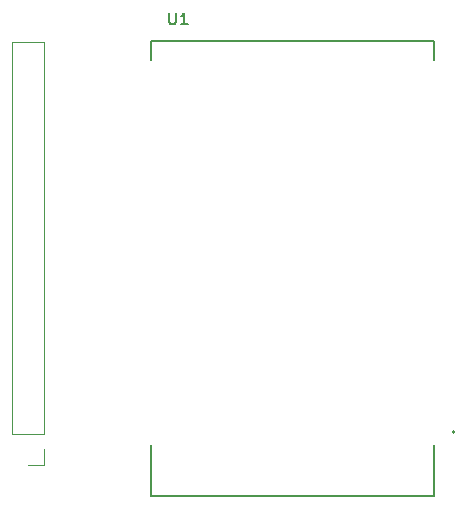
<source format=gbr>
%TF.GenerationSoftware,KiCad,Pcbnew,9.0.4*%
%TF.CreationDate,2025-09-16T08:38:51+02:00*%
%TF.ProjectId,Kimera_E22,4b696d65-7261-45f4-9532-322e6b696361,rev?*%
%TF.SameCoordinates,Original*%
%TF.FileFunction,Legend,Top*%
%TF.FilePolarity,Positive*%
%FSLAX46Y46*%
G04 Gerber Fmt 4.6, Leading zero omitted, Abs format (unit mm)*
G04 Created by KiCad (PCBNEW 9.0.4) date 2025-09-16 08:38:51*
%MOMM*%
%LPD*%
G01*
G04 APERTURE LIST*
%ADD10C,0.150000*%
%ADD11C,0.127000*%
%ADD12C,0.200000*%
%ADD13C,0.120000*%
G04 APERTURE END LIST*
D10*
X117943095Y-59529819D02*
X117943095Y-60339342D01*
X117943095Y-60339342D02*
X117990714Y-60434580D01*
X117990714Y-60434580D02*
X118038333Y-60482200D01*
X118038333Y-60482200D02*
X118133571Y-60529819D01*
X118133571Y-60529819D02*
X118324047Y-60529819D01*
X118324047Y-60529819D02*
X118419285Y-60482200D01*
X118419285Y-60482200D02*
X118466904Y-60434580D01*
X118466904Y-60434580D02*
X118514523Y-60339342D01*
X118514523Y-60339342D02*
X118514523Y-59529819D01*
X119514523Y-60529819D02*
X118943095Y-60529819D01*
X119228809Y-60529819D02*
X119228809Y-59529819D01*
X119228809Y-59529819D02*
X119133571Y-59672676D01*
X119133571Y-59672676D02*
X119038333Y-59767914D01*
X119038333Y-59767914D02*
X118943095Y-59815533D01*
D11*
%TO.C,U1*%
X140395000Y-100460000D02*
X116395000Y-100460000D01*
X140395000Y-61960000D02*
X140395000Y-63495000D01*
X116395000Y-61960000D02*
X140395000Y-61960000D01*
X116395000Y-100460000D02*
X116395000Y-96105000D01*
X116395000Y-63495000D02*
X116395000Y-61960000D01*
X140395000Y-100460000D02*
X140395000Y-96105000D01*
D12*
X142110000Y-95030000D02*
G75*
G02*
X141910000Y-95030000I-100000J0D01*
G01*
X141910000Y-95030000D02*
G75*
G02*
X142110000Y-95030000I100000J0D01*
G01*
D13*
%TO.C,J1*%
X107380000Y-97820000D02*
X106000000Y-97820000D01*
X107380000Y-96440000D02*
X107380000Y-97820000D01*
X107380000Y-95170000D02*
X107380000Y-62040000D01*
X107380000Y-95170000D02*
X104620000Y-95170000D01*
X107380000Y-62040000D02*
X104620000Y-62040000D01*
X104620000Y-95170000D02*
X104620000Y-62040000D01*
%TD*%
M02*

</source>
